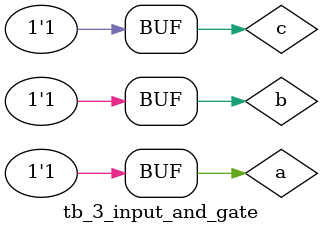
<source format=v>
module tb_3_input_and_gate(); // Test bench fortb_ and_gate.v
	reg a,b,c; // a reg, to allow us to assign the input, and a wire to receive the output
	wire out;
	three_input_and_gate uut(out,a,b,c); // this instantiates a and gate, uut is a label
	initial
	begin
		a = 1'b0; // here we apply inputs to the gate
		b = 1'b0;
		c = 1'b0;
		#10;
		a = 1'b0;
		b = 1'b0;
		c = 1'b1;
		#10;
		a = 1'b0;
		b = 1'b1;
		c = 1'b0;
		#10;
		a = 1'b0;
		b = 1'b1;
		c = 1'b1;
		#10;
		a = 1'b1;
		b = 1'b0;
		c = 1'b0;
		#10;
		a = 1'b1;
		b = 1'b0;
		c = 1'b1;
		#10;
		a = 1'b1;
		b = 1'b1;
		c = 1'b0;
		#10;
		a = 1'b1;
		b = 1'b1;
		c = 1'b1;
		#10;
	end
	// set up the monitoring
	initial
		begin
			$monitor("a=%b, b=%b, c=%b, out=%b, time=%t\n", a, b, c, out, $time);
		end
endmodule
</source>
